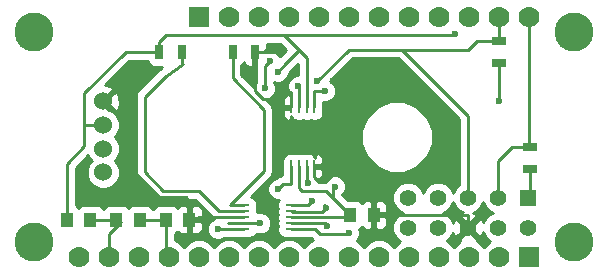
<source format=gtl>
G04 #@! TF.FileFunction,Copper,L1,Top,Signal*
%FSLAX46Y46*%
G04 Gerber Fmt 4.6, Leading zero omitted, Abs format (unit mm)*
G04 Created by KiCad (PCBNEW 4.0.5) date 02/17/17 15:16:51*
%MOMM*%
%LPD*%
G01*
G04 APERTURE LIST*
%ADD10C,0.100000*%
%ADD11R,1.000000X1.250000*%
%ADD12C,1.524000*%
%ADD13R,1.397000X1.397000*%
%ADD14C,1.397000*%
%ADD15R,0.700000X1.300000*%
%ADD16R,1.300000X0.700000*%
%ADD17R,0.950000X0.220000*%
%ADD18R,0.200000X1.000000*%
%ADD19C,3.302000*%
%ADD20C,1.778000*%
%ADD21R,1.778000X1.778000*%
%ADD22C,0.600000*%
%ADD23C,0.250000*%
%ADD24C,0.254000*%
G04 APERTURE END LIST*
D10*
D11*
X152400000Y-111600000D03*
X154400000Y-111600000D03*
X132600000Y-112000000D03*
X134600000Y-112000000D03*
X130400000Y-112000000D03*
X128400000Y-112000000D03*
X136800000Y-112000000D03*
X138800000Y-112000000D03*
D12*
X131500000Y-108000000D03*
X131500000Y-106000000D03*
X131500000Y-104000000D03*
X131500000Y-102000000D03*
D13*
X167480000Y-110130000D03*
D14*
X167480000Y-112670000D03*
X164940000Y-110130000D03*
X164940000Y-112670000D03*
X162400000Y-110130000D03*
X162400000Y-112670000D03*
X159860000Y-110130000D03*
X159860000Y-112670000D03*
X157320000Y-110130000D03*
X157320000Y-112670000D03*
D15*
X136250000Y-97800000D03*
X138150000Y-97800000D03*
X142450000Y-97800000D03*
X144350000Y-97800000D03*
D16*
X165000000Y-98750000D03*
X165000000Y-96850000D03*
X167600000Y-107750000D03*
X167600000Y-105850000D03*
D17*
X143425000Y-110800000D03*
X143425000Y-111300000D03*
X143425000Y-111800000D03*
X143425000Y-112300000D03*
X143425000Y-112800000D03*
X147375000Y-112800000D03*
X147375000Y-112300000D03*
X147375000Y-111800000D03*
X147375000Y-111300000D03*
X147375000Y-110800000D03*
D18*
X147425000Y-107500000D03*
X148075000Y-107500000D03*
X148725000Y-107500000D03*
X149375000Y-107500000D03*
X149375000Y-102500000D03*
X148725000Y-102500000D03*
X148075000Y-102500000D03*
X147425000Y-102500000D03*
D19*
X125641100Y-96113600D03*
X125641100Y-113893600D03*
X171361100Y-113893600D03*
X171361100Y-96113600D03*
D20*
X129451100Y-115163600D03*
X131991100Y-115163600D03*
X134531100Y-115163600D03*
X137071100Y-115163600D03*
X139611100Y-115163600D03*
X142151100Y-115163600D03*
X144691100Y-115163600D03*
X147231100Y-115163600D03*
X149771100Y-115163600D03*
X152311100Y-115163600D03*
X154851100Y-115163600D03*
X157391100Y-115163600D03*
X159931100Y-115163600D03*
X162471100Y-115163600D03*
X165011100Y-115163600D03*
D21*
X167551100Y-115163600D03*
D20*
X142151100Y-94843600D03*
D21*
X139611100Y-94843600D03*
D20*
X144691100Y-94843600D03*
X147231100Y-94843600D03*
X149771100Y-94843600D03*
X152311100Y-94843600D03*
X154851100Y-94843600D03*
X157391100Y-94843600D03*
X159931100Y-94843600D03*
X162471100Y-94843600D03*
X165011100Y-94843600D03*
X167551100Y-94843600D03*
D22*
X151100000Y-109200000D03*
X161300000Y-96300000D03*
X146300000Y-99500000D03*
X165000000Y-102000000D03*
X151000000Y-100300000D03*
X146400000Y-97600000D03*
X145200000Y-100900000D03*
X145600000Y-98600000D03*
X149600000Y-100300000D03*
X149200000Y-110400000D03*
X150400000Y-111000000D03*
X148800000Y-108900000D03*
X144800000Y-112300000D03*
X146300000Y-109400000D03*
X141200000Y-112800000D03*
X152300000Y-113150000D03*
X150300000Y-101100000D03*
X148000000Y-100700000D03*
X150450000Y-112500000D03*
D23*
X151000000Y-110200000D02*
X151000000Y-109300000D01*
X151000000Y-109300000D02*
X151100000Y-109200000D01*
X129900000Y-104000000D02*
X131500000Y-104000000D01*
X128400000Y-112000000D02*
X128400000Y-107300000D01*
X133400000Y-97800000D02*
X136250000Y-97800000D01*
X129900000Y-101300000D02*
X133400000Y-97800000D01*
X129900000Y-105800000D02*
X129900000Y-104000000D01*
X129900000Y-104000000D02*
X129900000Y-101300000D01*
X128400000Y-107300000D02*
X129900000Y-105800000D01*
X131500000Y-104000000D02*
X131200000Y-104000000D01*
X131500000Y-104000000D02*
X131500000Y-103900000D01*
X136250000Y-97800000D02*
X136250000Y-96950000D01*
X136250000Y-96950000D02*
X136800000Y-96400000D01*
X136800000Y-96400000D02*
X161200000Y-96400000D01*
X161200000Y-96400000D02*
X161300000Y-96300000D01*
X146900000Y-98800000D02*
X148050000Y-97650000D01*
X146300000Y-99500000D02*
X146900000Y-98800000D01*
X136250000Y-96950000D02*
X136800000Y-96400000D01*
X136800000Y-96400000D02*
X146800000Y-96400000D01*
X146800000Y-96400000D02*
X148050000Y-97650000D01*
X148725000Y-98325000D02*
X148725000Y-102500000D01*
X148050000Y-97650000D02*
X148725000Y-98325000D01*
X148075000Y-107500000D02*
X148075000Y-109325000D01*
X150400000Y-109600000D02*
X151000000Y-110200000D01*
X151000000Y-110200000D02*
X152400000Y-111600000D01*
X148350000Y-109600000D02*
X150400000Y-109600000D01*
X148075000Y-109325000D02*
X148350000Y-109600000D01*
X147375000Y-111800000D02*
X152200000Y-111800000D01*
X152200000Y-111800000D02*
X152400000Y-111600000D01*
X165000000Y-98750000D02*
X165000000Y-102000000D01*
X167600000Y-107750000D02*
X167600000Y-110010000D01*
X167600000Y-110010000D02*
X167480000Y-110130000D01*
X167600000Y-110010000D02*
X167480000Y-110130000D01*
X151300000Y-107800000D02*
X152100000Y-107800000D01*
X154400000Y-110100000D02*
X154400000Y-111600000D01*
X152100000Y-107800000D02*
X154400000Y-110100000D01*
X149375000Y-108375000D02*
X149375000Y-107500000D01*
X149800000Y-108800000D02*
X149375000Y-108375000D01*
X150300000Y-108800000D02*
X149800000Y-108800000D01*
X151300000Y-107800000D02*
X150300000Y-108800000D01*
X151300000Y-100600000D02*
X151300000Y-107800000D01*
X151000000Y-100300000D02*
X151300000Y-100600000D01*
X138800000Y-112000000D02*
X138800000Y-110400000D01*
X133600000Y-104100000D02*
X131500000Y-102000000D01*
X133600000Y-107500000D02*
X133600000Y-104100000D01*
X136200000Y-110100000D02*
X133600000Y-107500000D01*
X138500000Y-110100000D02*
X136200000Y-110100000D01*
X138800000Y-110400000D02*
X138500000Y-110100000D01*
X147425000Y-102500000D02*
X147425000Y-101261398D01*
X144350000Y-101150000D02*
X144350000Y-97800000D01*
X145000000Y-101800000D02*
X144350000Y-101150000D01*
X145700000Y-101800000D02*
X145000000Y-101800000D01*
X146300000Y-101200000D02*
X145700000Y-101800000D01*
X147363602Y-101200000D02*
X146300000Y-101200000D01*
X147425000Y-101261398D02*
X147363602Y-101200000D01*
X144350000Y-99450000D02*
X144350000Y-97800000D01*
X146200000Y-97800000D02*
X144350000Y-97800000D01*
X146400000Y-97600000D02*
X146200000Y-97800000D01*
X143425000Y-111800000D02*
X140000000Y-111800000D01*
X139400000Y-112000000D02*
X138800000Y-112000000D01*
X139600000Y-111800000D02*
X139400000Y-112000000D01*
X140000000Y-111800000D02*
X139600000Y-111800000D01*
X154400000Y-111600000D02*
X162400000Y-111600000D01*
X162400000Y-111600000D02*
X162400000Y-112670000D01*
X132600000Y-112000000D02*
X130400000Y-112000000D01*
X131991100Y-115163600D02*
X131991100Y-113208900D01*
X131991100Y-113208900D02*
X133000000Y-112200000D01*
X136800000Y-112000000D02*
X136800000Y-114892500D01*
X136800000Y-114892500D02*
X137071100Y-115163600D01*
X134600000Y-112000000D02*
X136800000Y-112000000D01*
X137071100Y-112328900D02*
X136942200Y-112200000D01*
X162400000Y-103200000D02*
X156800000Y-97600000D01*
X162400000Y-110130000D02*
X162400000Y-103200000D01*
X156800000Y-97600000D02*
X152300000Y-97600000D01*
X145200000Y-99000000D02*
X145200000Y-100900000D01*
X145600000Y-98600000D02*
X145200000Y-99000000D01*
X162400000Y-97600000D02*
X156800000Y-97600000D01*
X152300000Y-97600000D02*
X149600000Y-100300000D01*
X165000000Y-96850000D02*
X163150000Y-96850000D01*
X147375000Y-110800000D02*
X148800000Y-110800000D01*
X148800000Y-110800000D02*
X149200000Y-110400000D01*
X163150000Y-96850000D02*
X162400000Y-97600000D01*
X165011100Y-94843600D02*
X165011100Y-96838900D01*
X165011100Y-96838900D02*
X165000000Y-96850000D01*
X150400000Y-111000000D02*
X150200000Y-110800000D01*
X150200000Y-110800000D02*
X150400000Y-111000000D01*
X147600000Y-111349998D02*
X147375000Y-111300000D01*
X150050002Y-111349998D02*
X147600000Y-111349998D01*
X150400000Y-111000000D02*
X150050002Y-111349998D01*
X167551100Y-94843600D02*
X167551100Y-105801100D01*
X167551100Y-105801100D02*
X167600000Y-105850000D01*
X164940000Y-110130000D02*
X164940000Y-107060000D01*
X164940000Y-107060000D02*
X166150000Y-105850000D01*
X166150000Y-105850000D02*
X167600000Y-105850000D01*
X135000000Y-101600000D02*
X136800000Y-99800000D01*
X135000000Y-108000000D02*
X135000000Y-101600000D01*
X136600000Y-109600000D02*
X135000000Y-108000000D01*
X139600000Y-109600000D02*
X136600000Y-109600000D01*
X136800000Y-99800000D02*
X138231268Y-98850585D01*
X141300000Y-111300000D02*
X139600000Y-109600000D01*
X143425000Y-111300000D02*
X141300000Y-111300000D01*
X138181268Y-98800585D02*
X138150000Y-97800000D01*
X138231268Y-98850585D02*
X138181268Y-98800585D01*
X143425000Y-110800000D02*
X142200000Y-110800000D01*
X142450000Y-100050000D02*
X142450000Y-97800000D01*
X145100000Y-102700000D02*
X142450000Y-100050000D01*
X145100000Y-107900000D02*
X145100000Y-102700000D01*
X142200000Y-110800000D02*
X145100000Y-107900000D01*
X142200000Y-112300000D02*
X144800000Y-112300000D01*
X142100000Y-112300000D02*
X142200000Y-112300000D01*
X143425000Y-112300000D02*
X142100000Y-112300000D01*
X148725000Y-108825000D02*
X148725000Y-107500000D01*
X148800000Y-108900000D02*
X148725000Y-108825000D01*
X143425000Y-112800000D02*
X141200000Y-112800000D01*
X147425000Y-108975000D02*
X147425000Y-107500000D01*
X147400000Y-109000000D02*
X147425000Y-108975000D01*
X146700000Y-109000000D02*
X147400000Y-109000000D01*
X146300000Y-109400000D02*
X146700000Y-109000000D01*
X149375000Y-102500000D02*
X149375000Y-101125000D01*
X149450000Y-112800000D02*
X147375000Y-112800000D01*
X149850000Y-113200000D02*
X149450000Y-112800000D01*
X152250000Y-113200000D02*
X149850000Y-113200000D01*
X152300000Y-113150000D02*
X152250000Y-113200000D01*
X149400000Y-101100000D02*
X150300000Y-101100000D01*
X149375000Y-101125000D02*
X149400000Y-101100000D01*
X149375000Y-102500000D02*
X149375000Y-102225000D01*
X147375000Y-112300000D02*
X150250000Y-112300000D01*
X148075000Y-100775000D02*
X148075000Y-102500000D01*
X148000000Y-100700000D02*
X148075000Y-100775000D01*
X150250000Y-112300000D02*
X150450000Y-112500000D01*
X148100000Y-102475000D02*
X148075000Y-102500000D01*
D24*
G36*
X161640000Y-103514802D02*
X161640000Y-109004464D01*
X161270173Y-109373647D01*
X161129906Y-109711446D01*
X160991146Y-109375620D01*
X160616353Y-109000173D01*
X160126413Y-108796732D01*
X159595914Y-108796269D01*
X159105620Y-108998854D01*
X158730173Y-109373647D01*
X158589906Y-109711446D01*
X158451146Y-109375620D01*
X158076353Y-109000173D01*
X157586413Y-108796732D01*
X157055914Y-108796269D01*
X156565620Y-108998854D01*
X156190173Y-109373647D01*
X155986732Y-109863587D01*
X155986269Y-110394086D01*
X156188854Y-110884380D01*
X156563647Y-111259827D01*
X156901446Y-111400094D01*
X156565620Y-111538854D01*
X156190173Y-111913647D01*
X155986732Y-112403587D01*
X155986269Y-112934086D01*
X156188854Y-113424380D01*
X156563647Y-113799827D01*
X156632089Y-113828246D01*
X156528951Y-113870862D01*
X156120764Y-114278337D01*
X155715504Y-113872369D01*
X155155572Y-113639865D01*
X154549288Y-113639336D01*
X153988951Y-113870862D01*
X153580764Y-114278337D01*
X153175504Y-113872369D01*
X152980803Y-113791522D01*
X153092192Y-113680327D01*
X153234838Y-113336799D01*
X153235162Y-112964833D01*
X153169581Y-112806114D01*
X153351441Y-112689090D01*
X153397969Y-112620994D01*
X153540302Y-112763327D01*
X153773691Y-112860000D01*
X154114250Y-112860000D01*
X154273000Y-112701250D01*
X154273000Y-111727000D01*
X154527000Y-111727000D01*
X154527000Y-112701250D01*
X154685750Y-112860000D01*
X155026309Y-112860000D01*
X155259698Y-112763327D01*
X155438327Y-112584699D01*
X155535000Y-112351310D01*
X155535000Y-111885750D01*
X155376250Y-111727000D01*
X154527000Y-111727000D01*
X154273000Y-111727000D01*
X154253000Y-111727000D01*
X154253000Y-111473000D01*
X154273000Y-111473000D01*
X154273000Y-110498750D01*
X154527000Y-110498750D01*
X154527000Y-111473000D01*
X155376250Y-111473000D01*
X155535000Y-111314250D01*
X155535000Y-110848690D01*
X155438327Y-110615301D01*
X155259698Y-110436673D01*
X155026309Y-110340000D01*
X154685750Y-110340000D01*
X154527000Y-110498750D01*
X154273000Y-110498750D01*
X154114250Y-110340000D01*
X153773691Y-110340000D01*
X153540302Y-110436673D01*
X153399064Y-110577910D01*
X153364090Y-110523559D01*
X153151890Y-110378569D01*
X152900000Y-110327560D01*
X152202362Y-110327560D01*
X151760000Y-109885198D01*
X151760000Y-109862289D01*
X151892192Y-109730327D01*
X152034838Y-109386799D01*
X152035162Y-109014833D01*
X151893117Y-108671057D01*
X151630327Y-108407808D01*
X151286799Y-108265162D01*
X150914833Y-108264838D01*
X150571057Y-108406883D01*
X150307808Y-108669673D01*
X150237082Y-108840000D01*
X149735053Y-108840000D01*
X149735162Y-108714833D01*
X149687435Y-108599326D01*
X149834699Y-108538327D01*
X150013327Y-108359698D01*
X150110000Y-108126309D01*
X150110000Y-107785750D01*
X149951250Y-107627000D01*
X149485000Y-107627000D01*
X149485000Y-107500000D01*
X149472440Y-107436857D01*
X149472440Y-107373000D01*
X149951250Y-107373000D01*
X150110000Y-107214250D01*
X150110000Y-106873691D01*
X150013327Y-106640302D01*
X149834699Y-106461673D01*
X149601310Y-106365000D01*
X149583750Y-106365000D01*
X149425000Y-106523750D01*
X149425000Y-106759769D01*
X149325000Y-106604365D01*
X149325000Y-106523750D01*
X149166250Y-106365000D01*
X149148690Y-106365000D01*
X149062575Y-106400670D01*
X148825000Y-106352560D01*
X148625000Y-106352560D01*
X148391740Y-106396451D01*
X148175000Y-106352560D01*
X147975000Y-106352560D01*
X147741740Y-106396451D01*
X147525000Y-106352560D01*
X147325000Y-106352560D01*
X147089683Y-106396838D01*
X146873559Y-106535910D01*
X146728569Y-106748110D01*
X146677560Y-107000000D01*
X146677560Y-107436857D01*
X146665000Y-107500000D01*
X146665000Y-108246962D01*
X146460706Y-108287599D01*
X146409160Y-108297852D01*
X146162599Y-108462599D01*
X146160320Y-108464878D01*
X146114833Y-108464838D01*
X145771057Y-108606883D01*
X145507808Y-108869673D01*
X145365162Y-109213201D01*
X145364838Y-109585167D01*
X145506883Y-109928943D01*
X145769673Y-110192192D01*
X146113201Y-110334838D01*
X146373977Y-110335065D01*
X146303569Y-110438110D01*
X146252560Y-110690000D01*
X146252560Y-110910000D01*
X146279870Y-111055140D01*
X146252560Y-111190000D01*
X146252560Y-111410000D01*
X146279870Y-111555140D01*
X146252560Y-111690000D01*
X146252560Y-111910000D01*
X146279870Y-112055140D01*
X146252560Y-112190000D01*
X146252560Y-112410000D01*
X146279870Y-112555140D01*
X146252560Y-112690000D01*
X146252560Y-112910000D01*
X146296838Y-113145317D01*
X146435910Y-113361441D01*
X146648110Y-113506431D01*
X146900000Y-113557440D01*
X147362130Y-113557440D01*
X147375000Y-113560000D01*
X149135198Y-113560000D01*
X149289019Y-113713821D01*
X148908951Y-113870862D01*
X148500764Y-114278337D01*
X148095504Y-113872369D01*
X147535572Y-113639865D01*
X146929288Y-113639336D01*
X146368951Y-113870862D01*
X145960764Y-114278337D01*
X145555504Y-113872369D01*
X144995572Y-113639865D01*
X144389288Y-113639336D01*
X143828951Y-113870862D01*
X143420764Y-114278337D01*
X143015504Y-113872369D01*
X142455572Y-113639865D01*
X141849288Y-113639336D01*
X141288951Y-113870862D01*
X140880764Y-114278337D01*
X140475504Y-113872369D01*
X139915572Y-113639865D01*
X139309288Y-113639336D01*
X138748951Y-113870862D01*
X138340764Y-114278337D01*
X137935504Y-113872369D01*
X137560000Y-113716446D01*
X137560000Y-113212279D01*
X137751441Y-113089090D01*
X137797969Y-113020994D01*
X137940302Y-113163327D01*
X138173691Y-113260000D01*
X138514250Y-113260000D01*
X138673000Y-113101250D01*
X138673000Y-112127000D01*
X138927000Y-112127000D01*
X138927000Y-113101250D01*
X139085750Y-113260000D01*
X139426309Y-113260000D01*
X139659698Y-113163327D01*
X139838327Y-112984699D01*
X139935000Y-112751310D01*
X139935000Y-112285750D01*
X139776250Y-112127000D01*
X138927000Y-112127000D01*
X138673000Y-112127000D01*
X138653000Y-112127000D01*
X138653000Y-111873000D01*
X138673000Y-111873000D01*
X138673000Y-110898750D01*
X138927000Y-110898750D01*
X138927000Y-111873000D01*
X139776250Y-111873000D01*
X139935000Y-111714250D01*
X139935000Y-111248690D01*
X139838327Y-111015301D01*
X139659698Y-110836673D01*
X139426309Y-110740000D01*
X139085750Y-110740000D01*
X138927000Y-110898750D01*
X138673000Y-110898750D01*
X138514250Y-110740000D01*
X138173691Y-110740000D01*
X137940302Y-110836673D01*
X137799064Y-110977910D01*
X137764090Y-110923559D01*
X137551890Y-110778569D01*
X137300000Y-110727560D01*
X136300000Y-110727560D01*
X136064683Y-110771838D01*
X135848559Y-110910910D01*
X135703569Y-111123110D01*
X135700919Y-111136197D01*
X135564090Y-110923559D01*
X135351890Y-110778569D01*
X135100000Y-110727560D01*
X134100000Y-110727560D01*
X133864683Y-110771838D01*
X133648559Y-110910910D01*
X133600866Y-110980711D01*
X133564090Y-110923559D01*
X133351890Y-110778569D01*
X133100000Y-110727560D01*
X132100000Y-110727560D01*
X131864683Y-110771838D01*
X131648559Y-110910910D01*
X131503569Y-111123110D01*
X131500919Y-111136197D01*
X131364090Y-110923559D01*
X131151890Y-110778569D01*
X130900000Y-110727560D01*
X129900000Y-110727560D01*
X129664683Y-110771838D01*
X129448559Y-110910910D01*
X129400866Y-110980711D01*
X129364090Y-110923559D01*
X129160000Y-110784110D01*
X129160000Y-107614802D01*
X130218361Y-106556441D01*
X130314990Y-106790303D01*
X130524342Y-107000021D01*
X130316371Y-107207630D01*
X130103243Y-107720900D01*
X130102758Y-108276661D01*
X130314990Y-108790303D01*
X130707630Y-109183629D01*
X131220900Y-109396757D01*
X131776661Y-109397242D01*
X132290303Y-109185010D01*
X132683629Y-108792370D01*
X132896757Y-108279100D01*
X132897242Y-107723339D01*
X132685010Y-107209697D01*
X132475658Y-106999979D01*
X132683629Y-106792370D01*
X132896757Y-106279100D01*
X132897242Y-105723339D01*
X132685010Y-105209697D01*
X132475658Y-104999979D01*
X132683629Y-104792370D01*
X132896757Y-104279100D01*
X132897242Y-103723339D01*
X132685010Y-103209697D01*
X132292370Y-102816371D01*
X132026273Y-102705878D01*
X131500000Y-102179605D01*
X131485858Y-102193748D01*
X131306253Y-102014143D01*
X131320395Y-102000000D01*
X131679605Y-102000000D01*
X132480213Y-102800608D01*
X132722397Y-102731143D01*
X132909144Y-102207698D01*
X132881362Y-101652632D01*
X132722397Y-101268857D01*
X132480213Y-101199392D01*
X131679605Y-102000000D01*
X131320395Y-102000000D01*
X131306253Y-101985858D01*
X131485858Y-101806253D01*
X131500000Y-101820395D01*
X132300608Y-101019787D01*
X132231143Y-100777603D01*
X131707698Y-100590856D01*
X131682695Y-100592107D01*
X133714802Y-98560000D01*
X135273258Y-98560000D01*
X135296838Y-98685317D01*
X135435910Y-98901441D01*
X135648110Y-99046431D01*
X135900000Y-99097440D01*
X136484256Y-99097440D01*
X136379888Y-99166671D01*
X136325887Y-99220312D01*
X136262599Y-99262599D01*
X134462599Y-101062599D01*
X134297852Y-101309161D01*
X134240000Y-101600000D01*
X134240000Y-108000000D01*
X134297852Y-108290839D01*
X134462599Y-108537401D01*
X136062599Y-110137401D01*
X136309161Y-110302148D01*
X136600000Y-110360000D01*
X139285198Y-110360000D01*
X140762599Y-111837401D01*
X140884350Y-111918752D01*
X140671057Y-112006883D01*
X140407808Y-112269673D01*
X140265162Y-112613201D01*
X140264838Y-112985167D01*
X140406883Y-113328943D01*
X140669673Y-113592192D01*
X141013201Y-113734838D01*
X141385167Y-113735162D01*
X141728943Y-113593117D01*
X141762118Y-113560000D01*
X143425000Y-113560000D01*
X143437870Y-113557440D01*
X143900000Y-113557440D01*
X144135317Y-113513162D01*
X144351441Y-113374090D01*
X144483412Y-113180944D01*
X144613201Y-113234838D01*
X144985167Y-113235162D01*
X145328943Y-113093117D01*
X145592192Y-112830327D01*
X145734838Y-112486799D01*
X145735162Y-112114833D01*
X145593117Y-111771057D01*
X145330327Y-111507808D01*
X144986799Y-111365162D01*
X144614833Y-111364838D01*
X144547440Y-111392684D01*
X144547440Y-111190000D01*
X144520130Y-111044860D01*
X144547440Y-110910000D01*
X144547440Y-110690000D01*
X144503162Y-110454683D01*
X144364090Y-110238559D01*
X144151890Y-110093569D01*
X144009972Y-110064830D01*
X145637401Y-108437401D01*
X145802148Y-108190840D01*
X145860000Y-107900000D01*
X145860000Y-105601050D01*
X153334474Y-105601050D01*
X153795552Y-106716943D01*
X154648566Y-107571447D01*
X155763653Y-108034472D01*
X156971050Y-108035526D01*
X158086943Y-107574448D01*
X158941447Y-106721434D01*
X159404472Y-105606347D01*
X159405526Y-104398950D01*
X158944448Y-103283057D01*
X158091434Y-102428553D01*
X156976347Y-101965528D01*
X155768950Y-101964474D01*
X154653057Y-102425552D01*
X153798553Y-103278566D01*
X153335528Y-104393653D01*
X153334474Y-105601050D01*
X145860000Y-105601050D01*
X145860000Y-102700000D01*
X145802148Y-102409161D01*
X145637401Y-102162599D01*
X145309898Y-101835096D01*
X145385167Y-101835162D01*
X145728943Y-101693117D01*
X145992192Y-101430327D01*
X146134838Y-101086799D01*
X146135162Y-100714833D01*
X146000059Y-100387857D01*
X146113201Y-100434838D01*
X146485167Y-100435162D01*
X146828943Y-100293117D01*
X147092192Y-100030327D01*
X147234838Y-99686799D01*
X147234934Y-99577053D01*
X147458045Y-99316757D01*
X147965000Y-98809802D01*
X147965000Y-99764969D01*
X147814833Y-99764838D01*
X147471057Y-99906883D01*
X147207808Y-100169673D01*
X147065162Y-100513201D01*
X147064838Y-100885167D01*
X147206883Y-101228943D01*
X147315000Y-101337249D01*
X147315000Y-101365000D01*
X147297998Y-101365000D01*
X147297998Y-101446748D01*
X147216250Y-101365000D01*
X147198690Y-101365000D01*
X146965301Y-101461673D01*
X146786673Y-101640302D01*
X146690000Y-101873691D01*
X146690000Y-102214250D01*
X146848750Y-102373000D01*
X147315000Y-102373000D01*
X147315000Y-102500000D01*
X147327560Y-102563143D01*
X147327560Y-102627000D01*
X146848750Y-102627000D01*
X146690000Y-102785750D01*
X146690000Y-103126309D01*
X146786673Y-103359698D01*
X146965301Y-103538327D01*
X147198690Y-103635000D01*
X147216250Y-103635000D01*
X147375000Y-103476250D01*
X147375000Y-103240231D01*
X147475000Y-103395635D01*
X147475000Y-103476250D01*
X147633750Y-103635000D01*
X147651310Y-103635000D01*
X147737425Y-103599330D01*
X147975000Y-103647440D01*
X148175000Y-103647440D01*
X148408260Y-103603549D01*
X148625000Y-103647440D01*
X148825000Y-103647440D01*
X149058260Y-103603549D01*
X149275000Y-103647440D01*
X149475000Y-103647440D01*
X149710317Y-103603162D01*
X149926441Y-103464090D01*
X150071431Y-103251890D01*
X150122440Y-103000000D01*
X150122440Y-102563143D01*
X150135000Y-102500000D01*
X150135000Y-102034857D01*
X150485167Y-102035162D01*
X150828943Y-101893117D01*
X151092192Y-101630327D01*
X151234838Y-101286799D01*
X151235162Y-100914833D01*
X151093117Y-100571057D01*
X150830327Y-100307808D01*
X150714917Y-100259885D01*
X152614802Y-98360000D01*
X156485198Y-98360000D01*
X161640000Y-103514802D01*
X161640000Y-103514802D01*
G37*
X161640000Y-103514802D02*
X161640000Y-109004464D01*
X161270173Y-109373647D01*
X161129906Y-109711446D01*
X160991146Y-109375620D01*
X160616353Y-109000173D01*
X160126413Y-108796732D01*
X159595914Y-108796269D01*
X159105620Y-108998854D01*
X158730173Y-109373647D01*
X158589906Y-109711446D01*
X158451146Y-109375620D01*
X158076353Y-109000173D01*
X157586413Y-108796732D01*
X157055914Y-108796269D01*
X156565620Y-108998854D01*
X156190173Y-109373647D01*
X155986732Y-109863587D01*
X155986269Y-110394086D01*
X156188854Y-110884380D01*
X156563647Y-111259827D01*
X156901446Y-111400094D01*
X156565620Y-111538854D01*
X156190173Y-111913647D01*
X155986732Y-112403587D01*
X155986269Y-112934086D01*
X156188854Y-113424380D01*
X156563647Y-113799827D01*
X156632089Y-113828246D01*
X156528951Y-113870862D01*
X156120764Y-114278337D01*
X155715504Y-113872369D01*
X155155572Y-113639865D01*
X154549288Y-113639336D01*
X153988951Y-113870862D01*
X153580764Y-114278337D01*
X153175504Y-113872369D01*
X152980803Y-113791522D01*
X153092192Y-113680327D01*
X153234838Y-113336799D01*
X153235162Y-112964833D01*
X153169581Y-112806114D01*
X153351441Y-112689090D01*
X153397969Y-112620994D01*
X153540302Y-112763327D01*
X153773691Y-112860000D01*
X154114250Y-112860000D01*
X154273000Y-112701250D01*
X154273000Y-111727000D01*
X154527000Y-111727000D01*
X154527000Y-112701250D01*
X154685750Y-112860000D01*
X155026309Y-112860000D01*
X155259698Y-112763327D01*
X155438327Y-112584699D01*
X155535000Y-112351310D01*
X155535000Y-111885750D01*
X155376250Y-111727000D01*
X154527000Y-111727000D01*
X154273000Y-111727000D01*
X154253000Y-111727000D01*
X154253000Y-111473000D01*
X154273000Y-111473000D01*
X154273000Y-110498750D01*
X154527000Y-110498750D01*
X154527000Y-111473000D01*
X155376250Y-111473000D01*
X155535000Y-111314250D01*
X155535000Y-110848690D01*
X155438327Y-110615301D01*
X155259698Y-110436673D01*
X155026309Y-110340000D01*
X154685750Y-110340000D01*
X154527000Y-110498750D01*
X154273000Y-110498750D01*
X154114250Y-110340000D01*
X153773691Y-110340000D01*
X153540302Y-110436673D01*
X153399064Y-110577910D01*
X153364090Y-110523559D01*
X153151890Y-110378569D01*
X152900000Y-110327560D01*
X152202362Y-110327560D01*
X151760000Y-109885198D01*
X151760000Y-109862289D01*
X151892192Y-109730327D01*
X152034838Y-109386799D01*
X152035162Y-109014833D01*
X151893117Y-108671057D01*
X151630327Y-108407808D01*
X151286799Y-108265162D01*
X150914833Y-108264838D01*
X150571057Y-108406883D01*
X150307808Y-108669673D01*
X150237082Y-108840000D01*
X149735053Y-108840000D01*
X149735162Y-108714833D01*
X149687435Y-108599326D01*
X149834699Y-108538327D01*
X150013327Y-108359698D01*
X150110000Y-108126309D01*
X150110000Y-107785750D01*
X149951250Y-107627000D01*
X149485000Y-107627000D01*
X149485000Y-107500000D01*
X149472440Y-107436857D01*
X149472440Y-107373000D01*
X149951250Y-107373000D01*
X150110000Y-107214250D01*
X150110000Y-106873691D01*
X150013327Y-106640302D01*
X149834699Y-106461673D01*
X149601310Y-106365000D01*
X149583750Y-106365000D01*
X149425000Y-106523750D01*
X149425000Y-106759769D01*
X149325000Y-106604365D01*
X149325000Y-106523750D01*
X149166250Y-106365000D01*
X149148690Y-106365000D01*
X149062575Y-106400670D01*
X148825000Y-106352560D01*
X148625000Y-106352560D01*
X148391740Y-106396451D01*
X148175000Y-106352560D01*
X147975000Y-106352560D01*
X147741740Y-106396451D01*
X147525000Y-106352560D01*
X147325000Y-106352560D01*
X147089683Y-106396838D01*
X146873559Y-106535910D01*
X146728569Y-106748110D01*
X146677560Y-107000000D01*
X146677560Y-107436857D01*
X146665000Y-107500000D01*
X146665000Y-108246962D01*
X146460706Y-108287599D01*
X146409160Y-108297852D01*
X146162599Y-108462599D01*
X146160320Y-108464878D01*
X146114833Y-108464838D01*
X145771057Y-108606883D01*
X145507808Y-108869673D01*
X145365162Y-109213201D01*
X145364838Y-109585167D01*
X145506883Y-109928943D01*
X145769673Y-110192192D01*
X146113201Y-110334838D01*
X146373977Y-110335065D01*
X146303569Y-110438110D01*
X146252560Y-110690000D01*
X146252560Y-110910000D01*
X146279870Y-111055140D01*
X146252560Y-111190000D01*
X146252560Y-111410000D01*
X146279870Y-111555140D01*
X146252560Y-111690000D01*
X146252560Y-111910000D01*
X146279870Y-112055140D01*
X146252560Y-112190000D01*
X146252560Y-112410000D01*
X146279870Y-112555140D01*
X146252560Y-112690000D01*
X146252560Y-112910000D01*
X146296838Y-113145317D01*
X146435910Y-113361441D01*
X146648110Y-113506431D01*
X146900000Y-113557440D01*
X147362130Y-113557440D01*
X147375000Y-113560000D01*
X149135198Y-113560000D01*
X149289019Y-113713821D01*
X148908951Y-113870862D01*
X148500764Y-114278337D01*
X148095504Y-113872369D01*
X147535572Y-113639865D01*
X146929288Y-113639336D01*
X146368951Y-113870862D01*
X145960764Y-114278337D01*
X145555504Y-113872369D01*
X144995572Y-113639865D01*
X144389288Y-113639336D01*
X143828951Y-113870862D01*
X143420764Y-114278337D01*
X143015504Y-113872369D01*
X142455572Y-113639865D01*
X141849288Y-113639336D01*
X141288951Y-113870862D01*
X140880764Y-114278337D01*
X140475504Y-113872369D01*
X139915572Y-113639865D01*
X139309288Y-113639336D01*
X138748951Y-113870862D01*
X138340764Y-114278337D01*
X137935504Y-113872369D01*
X137560000Y-113716446D01*
X137560000Y-113212279D01*
X137751441Y-113089090D01*
X137797969Y-113020994D01*
X137940302Y-113163327D01*
X138173691Y-113260000D01*
X138514250Y-113260000D01*
X138673000Y-113101250D01*
X138673000Y-112127000D01*
X138927000Y-112127000D01*
X138927000Y-113101250D01*
X139085750Y-113260000D01*
X139426309Y-113260000D01*
X139659698Y-113163327D01*
X139838327Y-112984699D01*
X139935000Y-112751310D01*
X139935000Y-112285750D01*
X139776250Y-112127000D01*
X138927000Y-112127000D01*
X138673000Y-112127000D01*
X138653000Y-112127000D01*
X138653000Y-111873000D01*
X138673000Y-111873000D01*
X138673000Y-110898750D01*
X138927000Y-110898750D01*
X138927000Y-111873000D01*
X139776250Y-111873000D01*
X139935000Y-111714250D01*
X139935000Y-111248690D01*
X139838327Y-111015301D01*
X139659698Y-110836673D01*
X139426309Y-110740000D01*
X139085750Y-110740000D01*
X138927000Y-110898750D01*
X138673000Y-110898750D01*
X138514250Y-110740000D01*
X138173691Y-110740000D01*
X137940302Y-110836673D01*
X137799064Y-110977910D01*
X137764090Y-110923559D01*
X137551890Y-110778569D01*
X137300000Y-110727560D01*
X136300000Y-110727560D01*
X136064683Y-110771838D01*
X135848559Y-110910910D01*
X135703569Y-111123110D01*
X135700919Y-111136197D01*
X135564090Y-110923559D01*
X135351890Y-110778569D01*
X135100000Y-110727560D01*
X134100000Y-110727560D01*
X133864683Y-110771838D01*
X133648559Y-110910910D01*
X133600866Y-110980711D01*
X133564090Y-110923559D01*
X133351890Y-110778569D01*
X133100000Y-110727560D01*
X132100000Y-110727560D01*
X131864683Y-110771838D01*
X131648559Y-110910910D01*
X131503569Y-111123110D01*
X131500919Y-111136197D01*
X131364090Y-110923559D01*
X131151890Y-110778569D01*
X130900000Y-110727560D01*
X129900000Y-110727560D01*
X129664683Y-110771838D01*
X129448559Y-110910910D01*
X129400866Y-110980711D01*
X129364090Y-110923559D01*
X129160000Y-110784110D01*
X129160000Y-107614802D01*
X130218361Y-106556441D01*
X130314990Y-106790303D01*
X130524342Y-107000021D01*
X130316371Y-107207630D01*
X130103243Y-107720900D01*
X130102758Y-108276661D01*
X130314990Y-108790303D01*
X130707630Y-109183629D01*
X131220900Y-109396757D01*
X131776661Y-109397242D01*
X132290303Y-109185010D01*
X132683629Y-108792370D01*
X132896757Y-108279100D01*
X132897242Y-107723339D01*
X132685010Y-107209697D01*
X132475658Y-106999979D01*
X132683629Y-106792370D01*
X132896757Y-106279100D01*
X132897242Y-105723339D01*
X132685010Y-105209697D01*
X132475658Y-104999979D01*
X132683629Y-104792370D01*
X132896757Y-104279100D01*
X132897242Y-103723339D01*
X132685010Y-103209697D01*
X132292370Y-102816371D01*
X132026273Y-102705878D01*
X131500000Y-102179605D01*
X131485858Y-102193748D01*
X131306253Y-102014143D01*
X131320395Y-102000000D01*
X131679605Y-102000000D01*
X132480213Y-102800608D01*
X132722397Y-102731143D01*
X132909144Y-102207698D01*
X132881362Y-101652632D01*
X132722397Y-101268857D01*
X132480213Y-101199392D01*
X131679605Y-102000000D01*
X131320395Y-102000000D01*
X131306253Y-101985858D01*
X131485858Y-101806253D01*
X131500000Y-101820395D01*
X132300608Y-101019787D01*
X132231143Y-100777603D01*
X131707698Y-100590856D01*
X131682695Y-100592107D01*
X133714802Y-98560000D01*
X135273258Y-98560000D01*
X135296838Y-98685317D01*
X135435910Y-98901441D01*
X135648110Y-99046431D01*
X135900000Y-99097440D01*
X136484256Y-99097440D01*
X136379888Y-99166671D01*
X136325887Y-99220312D01*
X136262599Y-99262599D01*
X134462599Y-101062599D01*
X134297852Y-101309161D01*
X134240000Y-101600000D01*
X134240000Y-108000000D01*
X134297852Y-108290839D01*
X134462599Y-108537401D01*
X136062599Y-110137401D01*
X136309161Y-110302148D01*
X136600000Y-110360000D01*
X139285198Y-110360000D01*
X140762599Y-111837401D01*
X140884350Y-111918752D01*
X140671057Y-112006883D01*
X140407808Y-112269673D01*
X140265162Y-112613201D01*
X140264838Y-112985167D01*
X140406883Y-113328943D01*
X140669673Y-113592192D01*
X141013201Y-113734838D01*
X141385167Y-113735162D01*
X141728943Y-113593117D01*
X141762118Y-113560000D01*
X143425000Y-113560000D01*
X143437870Y-113557440D01*
X143900000Y-113557440D01*
X144135317Y-113513162D01*
X144351441Y-113374090D01*
X144483412Y-113180944D01*
X144613201Y-113234838D01*
X144985167Y-113235162D01*
X145328943Y-113093117D01*
X145592192Y-112830327D01*
X145734838Y-112486799D01*
X145735162Y-112114833D01*
X145593117Y-111771057D01*
X145330327Y-111507808D01*
X144986799Y-111365162D01*
X144614833Y-111364838D01*
X144547440Y-111392684D01*
X144547440Y-111190000D01*
X144520130Y-111044860D01*
X144547440Y-110910000D01*
X144547440Y-110690000D01*
X144503162Y-110454683D01*
X144364090Y-110238559D01*
X144151890Y-110093569D01*
X144009972Y-110064830D01*
X145637401Y-108437401D01*
X145802148Y-108190840D01*
X145860000Y-107900000D01*
X145860000Y-105601050D01*
X153334474Y-105601050D01*
X153795552Y-106716943D01*
X154648566Y-107571447D01*
X155763653Y-108034472D01*
X156971050Y-108035526D01*
X158086943Y-107574448D01*
X158941447Y-106721434D01*
X159404472Y-105606347D01*
X159405526Y-104398950D01*
X158944448Y-103283057D01*
X158091434Y-102428553D01*
X156976347Y-101965528D01*
X155768950Y-101964474D01*
X154653057Y-102425552D01*
X153798553Y-103278566D01*
X153335528Y-104393653D01*
X153334474Y-105601050D01*
X145860000Y-105601050D01*
X145860000Y-102700000D01*
X145802148Y-102409161D01*
X145637401Y-102162599D01*
X145309898Y-101835096D01*
X145385167Y-101835162D01*
X145728943Y-101693117D01*
X145992192Y-101430327D01*
X146134838Y-101086799D01*
X146135162Y-100714833D01*
X146000059Y-100387857D01*
X146113201Y-100434838D01*
X146485167Y-100435162D01*
X146828943Y-100293117D01*
X147092192Y-100030327D01*
X147234838Y-99686799D01*
X147234934Y-99577053D01*
X147458045Y-99316757D01*
X147965000Y-98809802D01*
X147965000Y-99764969D01*
X147814833Y-99764838D01*
X147471057Y-99906883D01*
X147207808Y-100169673D01*
X147065162Y-100513201D01*
X147064838Y-100885167D01*
X147206883Y-101228943D01*
X147315000Y-101337249D01*
X147315000Y-101365000D01*
X147297998Y-101365000D01*
X147297998Y-101446748D01*
X147216250Y-101365000D01*
X147198690Y-101365000D01*
X146965301Y-101461673D01*
X146786673Y-101640302D01*
X146690000Y-101873691D01*
X146690000Y-102214250D01*
X146848750Y-102373000D01*
X147315000Y-102373000D01*
X147315000Y-102500000D01*
X147327560Y-102563143D01*
X147327560Y-102627000D01*
X146848750Y-102627000D01*
X146690000Y-102785750D01*
X146690000Y-103126309D01*
X146786673Y-103359698D01*
X146965301Y-103538327D01*
X147198690Y-103635000D01*
X147216250Y-103635000D01*
X147375000Y-103476250D01*
X147375000Y-103240231D01*
X147475000Y-103395635D01*
X147475000Y-103476250D01*
X147633750Y-103635000D01*
X147651310Y-103635000D01*
X147737425Y-103599330D01*
X147975000Y-103647440D01*
X148175000Y-103647440D01*
X148408260Y-103603549D01*
X148625000Y-103647440D01*
X148825000Y-103647440D01*
X149058260Y-103603549D01*
X149275000Y-103647440D01*
X149475000Y-103647440D01*
X149710317Y-103603162D01*
X149926441Y-103464090D01*
X150071431Y-103251890D01*
X150122440Y-103000000D01*
X150122440Y-102563143D01*
X150135000Y-102500000D01*
X150135000Y-102034857D01*
X150485167Y-102035162D01*
X150828943Y-101893117D01*
X151092192Y-101630327D01*
X151234838Y-101286799D01*
X151235162Y-100914833D01*
X151093117Y-100571057D01*
X150830327Y-100307808D01*
X150714917Y-100259885D01*
X152614802Y-98360000D01*
X156485198Y-98360000D01*
X161640000Y-103514802D01*
G36*
X163808854Y-110884380D02*
X164183647Y-111259827D01*
X164521446Y-111400094D01*
X164185620Y-111538854D01*
X163810173Y-111913647D01*
X163676686Y-112235118D01*
X163569800Y-111977071D01*
X163334188Y-111915417D01*
X162579605Y-112670000D01*
X163334188Y-113424583D01*
X163569800Y-113362929D01*
X163668083Y-113083688D01*
X163808854Y-113424380D01*
X164183647Y-113799827D01*
X164252089Y-113828246D01*
X164148951Y-113870862D01*
X163740764Y-114278337D01*
X163335504Y-113872369D01*
X163109016Y-113778323D01*
X163154583Y-113604188D01*
X162400000Y-112849605D01*
X161645417Y-113604188D01*
X161704832Y-113831245D01*
X161608951Y-113870862D01*
X161200764Y-114278337D01*
X160795504Y-113872369D01*
X160617200Y-113798331D01*
X160989827Y-113426353D01*
X161123314Y-113104882D01*
X161230200Y-113362929D01*
X161465812Y-113424583D01*
X162220395Y-112670000D01*
X161465812Y-111915417D01*
X161230200Y-111977071D01*
X161131917Y-112256312D01*
X160991146Y-111915620D01*
X160616353Y-111540173D01*
X160278554Y-111399906D01*
X160614380Y-111261146D01*
X160989827Y-110886353D01*
X161130094Y-110548554D01*
X161268854Y-110884380D01*
X161643647Y-111259827D01*
X161965118Y-111393314D01*
X161707071Y-111500200D01*
X161645417Y-111735812D01*
X162400000Y-112490395D01*
X163154583Y-111735812D01*
X163092929Y-111500200D01*
X162813688Y-111401917D01*
X163154380Y-111261146D01*
X163529827Y-110886353D01*
X163670094Y-110548554D01*
X163808854Y-110884380D01*
X163808854Y-110884380D01*
G37*
X163808854Y-110884380D02*
X164183647Y-111259827D01*
X164521446Y-111400094D01*
X164185620Y-111538854D01*
X163810173Y-111913647D01*
X163676686Y-112235118D01*
X163569800Y-111977071D01*
X163334188Y-111915417D01*
X162579605Y-112670000D01*
X163334188Y-113424583D01*
X163569800Y-113362929D01*
X163668083Y-113083688D01*
X163808854Y-113424380D01*
X164183647Y-113799827D01*
X164252089Y-113828246D01*
X164148951Y-113870862D01*
X163740764Y-114278337D01*
X163335504Y-113872369D01*
X163109016Y-113778323D01*
X163154583Y-113604188D01*
X162400000Y-112849605D01*
X161645417Y-113604188D01*
X161704832Y-113831245D01*
X161608951Y-113870862D01*
X161200764Y-114278337D01*
X160795504Y-113872369D01*
X160617200Y-113798331D01*
X160989827Y-113426353D01*
X161123314Y-113104882D01*
X161230200Y-113362929D01*
X161465812Y-113424583D01*
X162220395Y-112670000D01*
X161465812Y-111915417D01*
X161230200Y-111977071D01*
X161131917Y-112256312D01*
X160991146Y-111915620D01*
X160616353Y-111540173D01*
X160278554Y-111399906D01*
X160614380Y-111261146D01*
X160989827Y-110886353D01*
X161130094Y-110548554D01*
X161268854Y-110884380D01*
X161643647Y-111259827D01*
X161965118Y-111393314D01*
X161707071Y-111500200D01*
X161645417Y-111735812D01*
X162400000Y-112490395D01*
X163154583Y-111735812D01*
X163092929Y-111500200D01*
X162813688Y-111401917D01*
X163154380Y-111261146D01*
X163529827Y-110886353D01*
X163670094Y-110548554D01*
X163808854Y-110884380D01*
G36*
X144477000Y-97673000D02*
X144497000Y-97673000D01*
X144497000Y-97927000D01*
X144477000Y-97927000D01*
X144477000Y-98813990D01*
X144440000Y-99000000D01*
X144440000Y-100337537D01*
X144407808Y-100369673D01*
X144265162Y-100713201D01*
X144265095Y-100790293D01*
X143210000Y-99735198D01*
X143210000Y-98940757D01*
X143251441Y-98914090D01*
X143396431Y-98701890D01*
X143403191Y-98668510D01*
X143461673Y-98809699D01*
X143640302Y-98988327D01*
X143873691Y-99085000D01*
X144064250Y-99085000D01*
X144223000Y-98926250D01*
X144223000Y-97927000D01*
X144203000Y-97927000D01*
X144203000Y-97673000D01*
X144223000Y-97673000D01*
X144223000Y-97653000D01*
X144477000Y-97653000D01*
X144477000Y-97673000D01*
X144477000Y-97673000D01*
G37*
X144477000Y-97673000D02*
X144497000Y-97673000D01*
X144497000Y-97927000D01*
X144477000Y-97927000D01*
X144477000Y-98813990D01*
X144440000Y-99000000D01*
X144440000Y-100337537D01*
X144407808Y-100369673D01*
X144265162Y-100713201D01*
X144265095Y-100790293D01*
X143210000Y-99735198D01*
X143210000Y-98940757D01*
X143251441Y-98914090D01*
X143396431Y-98701890D01*
X143403191Y-98668510D01*
X143461673Y-98809699D01*
X143640302Y-98988327D01*
X143873691Y-99085000D01*
X144064250Y-99085000D01*
X144223000Y-98926250D01*
X144223000Y-97927000D01*
X144203000Y-97927000D01*
X144203000Y-97673000D01*
X144223000Y-97673000D01*
X144223000Y-97653000D01*
X144477000Y-97653000D01*
X144477000Y-97673000D01*
G36*
X146975198Y-97650000D02*
X146440197Y-98185001D01*
X146393117Y-98071057D01*
X146130327Y-97807808D01*
X145786799Y-97665162D01*
X145414833Y-97664838D01*
X145335000Y-97697824D01*
X145335000Y-97672998D01*
X145176252Y-97672998D01*
X145335000Y-97514250D01*
X145335000Y-97160000D01*
X146485198Y-97160000D01*
X146975198Y-97650000D01*
X146975198Y-97650000D01*
G37*
X146975198Y-97650000D02*
X146440197Y-98185001D01*
X146393117Y-98071057D01*
X146130327Y-97807808D01*
X145786799Y-97665162D01*
X145414833Y-97664838D01*
X145335000Y-97697824D01*
X145335000Y-97672998D01*
X145176252Y-97672998D01*
X145335000Y-97514250D01*
X145335000Y-97160000D01*
X146485198Y-97160000D01*
X146975198Y-97650000D01*
M02*

</source>
